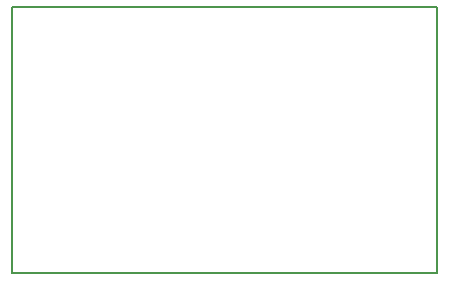
<source format=gm1>
G04 #@! TF.GenerationSoftware,KiCad,Pcbnew,(5.0.1)-4*
G04 #@! TF.CreationDate,2018-11-19T23:15:06-05:00*
G04 #@! TF.ProjectId,CAN_Bus_Arduino,43414E5F4275735F41726475696E6F2E,rev?*
G04 #@! TF.SameCoordinates,Original*
G04 #@! TF.FileFunction,Profile,NP*
%FSLAX46Y46*%
G04 Gerber Fmt 4.6, Leading zero omitted, Abs format (unit mm)*
G04 Created by KiCad (PCBNEW (5.0.1)-4) date 2018-11-19 11:15:06 PM*
%MOMM*%
%LPD*%
G01*
G04 APERTURE LIST*
%ADD10C,0.200000*%
G04 APERTURE END LIST*
D10*
X204000000Y-124000000D02*
X240000000Y-124000000D01*
X240000000Y-101500000D02*
X240000000Y-124000000D01*
X204000000Y-101500000D02*
X204000000Y-124000000D01*
X204000000Y-101500000D02*
X240000000Y-101500000D01*
M02*

</source>
